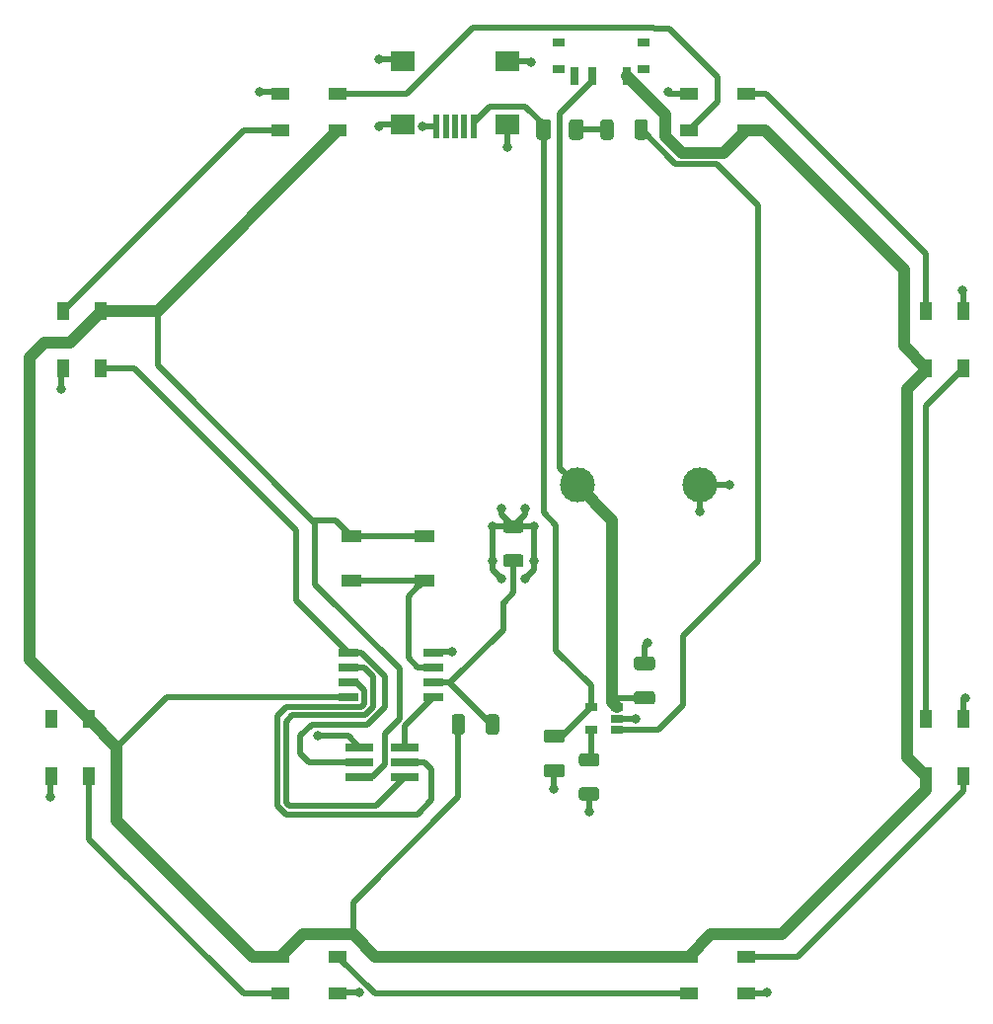
<source format=gtl>
G04 #@! TF.GenerationSoftware,KiCad,Pcbnew,(5.1.8)-1*
G04 #@! TF.CreationDate,2021-04-18T14:37:25+02:00*
G04 #@! TF.ProjectId,Coaster_LiPo,436f6173-7465-4725-9f4c-69506f2e6b69,D*
G04 #@! TF.SameCoordinates,Original*
G04 #@! TF.FileFunction,Copper,L1,Top*
G04 #@! TF.FilePolarity,Positive*
%FSLAX46Y46*%
G04 Gerber Fmt 4.6, Leading zero omitted, Abs format (unit mm)*
G04 Created by KiCad (PCBNEW (5.1.8)-1) date 2021-04-18 14:37:25*
%MOMM*%
%LPD*%
G01*
G04 APERTURE LIST*
G04 #@! TA.AperFunction,SMDPad,CuDef*
%ADD10R,1.700000X1.000000*%
G04 #@! TD*
G04 #@! TA.AperFunction,SMDPad,CuDef*
%ADD11R,1.700000X0.650000*%
G04 #@! TD*
G04 #@! TA.AperFunction,SMDPad,CuDef*
%ADD12R,0.500000X2.000000*%
G04 #@! TD*
G04 #@! TA.AperFunction,SMDPad,CuDef*
%ADD13R,2.000000X1.700000*%
G04 #@! TD*
G04 #@! TA.AperFunction,SMDPad,CuDef*
%ADD14R,2.400000X0.740000*%
G04 #@! TD*
G04 #@! TA.AperFunction,SMDPad,CuDef*
%ADD15R,1.060000X0.650000*%
G04 #@! TD*
G04 #@! TA.AperFunction,SMDPad,CuDef*
%ADD16C,3.000000*%
G04 #@! TD*
G04 #@! TA.AperFunction,SMDPad,CuDef*
%ADD17R,1.000000X1.500000*%
G04 #@! TD*
G04 #@! TA.AperFunction,SMDPad,CuDef*
%ADD18R,1.500000X1.000000*%
G04 #@! TD*
G04 #@! TA.AperFunction,SMDPad,CuDef*
%ADD19R,0.700000X1.500000*%
G04 #@! TD*
G04 #@! TA.AperFunction,SMDPad,CuDef*
%ADD20R,1.000000X0.800000*%
G04 #@! TD*
G04 #@! TA.AperFunction,ViaPad*
%ADD21C,0.800000*%
G04 #@! TD*
G04 #@! TA.AperFunction,Conductor*
%ADD22C,0.500000*%
G04 #@! TD*
G04 #@! TA.AperFunction,Conductor*
%ADD23C,1.000000*%
G04 #@! TD*
G04 APERTURE END LIST*
D10*
X76100000Y-94350000D03*
X82400000Y-94350000D03*
X76100000Y-98150000D03*
X82400000Y-98150000D03*
G04 #@! TA.AperFunction,SMDPad,CuDef*
G36*
G01*
X100599999Y-104700000D02*
X101900001Y-104700000D01*
G75*
G02*
X102150000Y-104949999I0J-249999D01*
G01*
X102150000Y-105600001D01*
G75*
G02*
X101900001Y-105850000I-249999J0D01*
G01*
X100599999Y-105850000D01*
G75*
G02*
X100350000Y-105600001I0J249999D01*
G01*
X100350000Y-104949999D01*
G75*
G02*
X100599999Y-104700000I249999J0D01*
G01*
G37*
G04 #@! TD.AperFunction*
G04 #@! TA.AperFunction,SMDPad,CuDef*
G36*
G01*
X100599999Y-107650000D02*
X101900001Y-107650000D01*
G75*
G02*
X102150000Y-107899999I0J-249999D01*
G01*
X102150000Y-108550001D01*
G75*
G02*
X101900001Y-108800000I-249999J0D01*
G01*
X100599999Y-108800000D01*
G75*
G02*
X100350000Y-108550001I0J249999D01*
G01*
X100350000Y-107899999D01*
G75*
G02*
X100599999Y-107650000I249999J0D01*
G01*
G37*
G04 #@! TD.AperFunction*
D11*
X83150000Y-108155000D03*
X83150000Y-106885000D03*
X83150000Y-105615000D03*
X83150000Y-104345000D03*
X75850000Y-104345000D03*
X75850000Y-105615000D03*
X75850000Y-106885000D03*
X75850000Y-108155000D03*
D12*
X86600000Y-59200000D03*
X85800000Y-59200000D03*
X85000000Y-59200000D03*
X84200000Y-59200000D03*
X83400000Y-59200000D03*
D13*
X89450000Y-59100000D03*
X89450000Y-53650000D03*
X80550000Y-59100000D03*
X80550000Y-53650000D03*
G04 #@! TA.AperFunction,SMDPad,CuDef*
G36*
G01*
X94150001Y-112100000D02*
X92849999Y-112100000D01*
G75*
G02*
X92600000Y-111850001I0J249999D01*
G01*
X92600000Y-111199999D01*
G75*
G02*
X92849999Y-110950000I249999J0D01*
G01*
X94150001Y-110950000D01*
G75*
G02*
X94400000Y-111199999I0J-249999D01*
G01*
X94400000Y-111850001D01*
G75*
G02*
X94150001Y-112100000I-249999J0D01*
G01*
G37*
G04 #@! TD.AperFunction*
G04 #@! TA.AperFunction,SMDPad,CuDef*
G36*
G01*
X94150001Y-115050000D02*
X92849999Y-115050000D01*
G75*
G02*
X92600000Y-114800001I0J249999D01*
G01*
X92600000Y-114149999D01*
G75*
G02*
X92849999Y-113900000I249999J0D01*
G01*
X94150001Y-113900000D01*
G75*
G02*
X94400000Y-114149999I0J-249999D01*
G01*
X94400000Y-114800001D01*
G75*
G02*
X94150001Y-115050000I-249999J0D01*
G01*
G37*
G04 #@! TD.AperFunction*
D14*
X80700000Y-115020000D03*
X76800000Y-115020000D03*
X80700000Y-113750000D03*
X76800000Y-113750000D03*
X80700000Y-112480000D03*
X76800000Y-112480000D03*
G04 #@! TA.AperFunction,SMDPad,CuDef*
G36*
G01*
X100400000Y-60125003D02*
X100400000Y-58874997D01*
G75*
G02*
X100649997Y-58625000I249997J0D01*
G01*
X101275003Y-58625000D01*
G75*
G02*
X101525000Y-58874997I0J-249997D01*
G01*
X101525000Y-60125003D01*
G75*
G02*
X101275003Y-60375000I-249997J0D01*
G01*
X100649997Y-60375000D01*
G75*
G02*
X100400000Y-60125003I0J249997D01*
G01*
G37*
G04 #@! TD.AperFunction*
G04 #@! TA.AperFunction,SMDPad,CuDef*
G36*
G01*
X97475000Y-60125003D02*
X97475000Y-58874997D01*
G75*
G02*
X97724997Y-58625000I249997J0D01*
G01*
X98350003Y-58625000D01*
G75*
G02*
X98600000Y-58874997I0J-249997D01*
G01*
X98600000Y-60125003D01*
G75*
G02*
X98350003Y-60375000I-249997J0D01*
G01*
X97724997Y-60375000D01*
G75*
G02*
X97475000Y-60125003I0J249997D01*
G01*
G37*
G04 #@! TD.AperFunction*
G04 #@! TA.AperFunction,SMDPad,CuDef*
G36*
G01*
X95874997Y-112975000D02*
X97125003Y-112975000D01*
G75*
G02*
X97375000Y-113224997I0J-249997D01*
G01*
X97375000Y-113850003D01*
G75*
G02*
X97125003Y-114100000I-249997J0D01*
G01*
X95874997Y-114100000D01*
G75*
G02*
X95625000Y-113850003I0J249997D01*
G01*
X95625000Y-113224997D01*
G75*
G02*
X95874997Y-112975000I249997J0D01*
G01*
G37*
G04 #@! TD.AperFunction*
G04 #@! TA.AperFunction,SMDPad,CuDef*
G36*
G01*
X95874997Y-115900000D02*
X97125003Y-115900000D01*
G75*
G02*
X97375000Y-116149997I0J-249997D01*
G01*
X97375000Y-116775003D01*
G75*
G02*
X97125003Y-117025000I-249997J0D01*
G01*
X95874997Y-117025000D01*
G75*
G02*
X95625000Y-116775003I0J249997D01*
G01*
X95625000Y-116149997D01*
G75*
G02*
X95874997Y-115900000I249997J0D01*
G01*
G37*
G04 #@! TD.AperFunction*
G04 #@! TA.AperFunction,SMDPad,CuDef*
G36*
G01*
X87650000Y-111125003D02*
X87650000Y-109874997D01*
G75*
G02*
X87899997Y-109625000I249997J0D01*
G01*
X88525003Y-109625000D01*
G75*
G02*
X88775000Y-109874997I0J-249997D01*
G01*
X88775000Y-111125003D01*
G75*
G02*
X88525003Y-111375000I-249997J0D01*
G01*
X87899997Y-111375000D01*
G75*
G02*
X87650000Y-111125003I0J249997D01*
G01*
G37*
G04 #@! TD.AperFunction*
G04 #@! TA.AperFunction,SMDPad,CuDef*
G36*
G01*
X84725000Y-111125003D02*
X84725000Y-109874997D01*
G75*
G02*
X84974997Y-109625000I249997J0D01*
G01*
X85600003Y-109625000D01*
G75*
G02*
X85850000Y-109874997I0J-249997D01*
G01*
X85850000Y-111125003D01*
G75*
G02*
X85600003Y-111375000I-249997J0D01*
G01*
X84974997Y-111375000D01*
G75*
G02*
X84725000Y-111125003I0J249997D01*
G01*
G37*
G04 #@! TD.AperFunction*
G04 #@! TA.AperFunction,SMDPad,CuDef*
G36*
G01*
X90625003Y-97025000D02*
X89374997Y-97025000D01*
G75*
G02*
X89125000Y-96775003I0J249997D01*
G01*
X89125000Y-96149997D01*
G75*
G02*
X89374997Y-95900000I249997J0D01*
G01*
X90625003Y-95900000D01*
G75*
G02*
X90875000Y-96149997I0J-249997D01*
G01*
X90875000Y-96775003D01*
G75*
G02*
X90625003Y-97025000I-249997J0D01*
G01*
G37*
G04 #@! TD.AperFunction*
G04 #@! TA.AperFunction,SMDPad,CuDef*
G36*
G01*
X90625003Y-94100000D02*
X89374997Y-94100000D01*
G75*
G02*
X89125000Y-93850003I0J249997D01*
G01*
X89125000Y-93224997D01*
G75*
G02*
X89374997Y-92975000I249997J0D01*
G01*
X90625003Y-92975000D01*
G75*
G02*
X90875000Y-93224997I0J-249997D01*
G01*
X90875000Y-93850003D01*
G75*
G02*
X90625003Y-94100000I-249997J0D01*
G01*
G37*
G04 #@! TD.AperFunction*
D15*
X98850000Y-110950000D03*
X98850000Y-110000000D03*
X98850000Y-109050000D03*
X96650000Y-109050000D03*
X96650000Y-110950000D03*
D16*
X106000000Y-90000000D03*
X95500000Y-90000000D03*
D17*
X54600000Y-75050000D03*
X51400000Y-75050000D03*
X54600000Y-79950000D03*
X51400000Y-79950000D03*
D18*
X70050000Y-56400000D03*
X70050000Y-59600000D03*
X74950000Y-56400000D03*
X74950000Y-59600000D03*
X109950000Y-59600000D03*
X109950000Y-56400000D03*
X105050000Y-59600000D03*
X105050000Y-56400000D03*
D17*
X128600000Y-75050000D03*
X125400000Y-75050000D03*
X128600000Y-79950000D03*
X125400000Y-79950000D03*
D19*
X99750000Y-54930000D03*
X96750000Y-54930000D03*
X95250000Y-54930000D03*
D20*
X101150000Y-52070000D03*
X93850000Y-52070000D03*
X93850000Y-54280000D03*
X101150000Y-54280000D03*
G04 #@! TA.AperFunction,SMDPad,CuDef*
G36*
G01*
X96025000Y-58875000D02*
X96025000Y-60125000D01*
G75*
G02*
X95775000Y-60375000I-250000J0D01*
G01*
X95025000Y-60375000D01*
G75*
G02*
X94775000Y-60125000I0J250000D01*
G01*
X94775000Y-58875000D01*
G75*
G02*
X95025000Y-58625000I250000J0D01*
G01*
X95775000Y-58625000D01*
G75*
G02*
X96025000Y-58875000I0J-250000D01*
G01*
G37*
G04 #@! TD.AperFunction*
G04 #@! TA.AperFunction,SMDPad,CuDef*
G36*
G01*
X93225000Y-58875000D02*
X93225000Y-60125000D01*
G75*
G02*
X92975000Y-60375000I-250000J0D01*
G01*
X92225000Y-60375000D01*
G75*
G02*
X91975000Y-60125000I0J250000D01*
G01*
X91975000Y-58875000D01*
G75*
G02*
X92225000Y-58625000I250000J0D01*
G01*
X92975000Y-58625000D01*
G75*
G02*
X93225000Y-58875000I0J-250000D01*
G01*
G37*
G04 #@! TD.AperFunction*
D17*
X128600000Y-110050000D03*
X125400000Y-110050000D03*
X128600000Y-114950000D03*
X125400000Y-114950000D03*
D18*
X105050000Y-130400000D03*
X105050000Y-133600000D03*
X109950000Y-130400000D03*
X109950000Y-133600000D03*
X74950000Y-133600000D03*
X74950000Y-130400000D03*
X70050000Y-133600000D03*
X70050000Y-130400000D03*
D17*
X53600000Y-110050000D03*
X50400000Y-110050000D03*
X53600000Y-114950000D03*
X50400000Y-114950000D03*
D21*
X73250000Y-111500000D03*
X101500000Y-103500000D03*
X100500000Y-110000000D03*
X93500000Y-116000000D03*
X96500000Y-118000000D03*
X84750000Y-104250000D03*
X50250000Y-116750000D03*
X76750000Y-133500000D03*
X111750000Y-133500000D03*
X128750000Y-108250000D03*
X128500000Y-73250000D03*
X51250000Y-81750000D03*
X103250000Y-56250000D03*
X68250000Y-56250000D03*
X82250000Y-59250000D03*
X89000000Y-98000000D03*
X91000000Y-98000000D03*
X91000000Y-92000000D03*
X88250000Y-96500000D03*
X91750000Y-96500000D03*
X88250000Y-93500000D03*
X91750000Y-93500000D03*
X89000000Y-92000000D03*
X106000000Y-92250000D03*
X108500000Y-90000000D03*
X89500000Y-61000000D03*
X91500000Y-53750000D03*
X78500000Y-59250000D03*
X78500000Y-53500000D03*
D22*
X96750000Y-55340002D02*
X94000000Y-58090002D01*
X96750000Y-54930000D02*
X96750000Y-55340002D01*
X94000001Y-88500001D02*
X95500000Y-90000000D01*
X94000000Y-58090002D02*
X94000001Y-88500001D01*
D23*
X98500000Y-108624999D02*
X98850000Y-108974999D01*
D22*
X98899999Y-108225000D02*
X98500000Y-108624999D01*
X101250000Y-108225000D02*
X98899999Y-108225000D01*
D23*
X98500000Y-93000000D02*
X95500000Y-90000000D01*
X98500000Y-108624999D02*
X98500000Y-93000000D01*
D22*
X80400000Y-53500000D02*
X80550000Y-53650000D01*
X78500000Y-53500000D02*
X80400000Y-53500000D01*
X91400000Y-53650000D02*
X91500000Y-53750000D01*
X89450000Y-53650000D02*
X91400000Y-53650000D01*
X89500000Y-59150000D02*
X89450000Y-59100000D01*
X89500000Y-61000000D02*
X89500000Y-59150000D01*
X78650000Y-59100000D02*
X78500000Y-59250000D01*
X80550000Y-59100000D02*
X78650000Y-59100000D01*
X82300000Y-59200000D02*
X82250000Y-59250000D01*
X83400000Y-59200000D02*
X82300000Y-59200000D01*
X89962500Y-93500000D02*
X90000000Y-93537500D01*
X88250000Y-93500000D02*
X89962500Y-93500000D01*
X89000000Y-92537500D02*
X90000000Y-93537500D01*
X89000000Y-92000000D02*
X89000000Y-92537500D01*
X91000000Y-92537500D02*
X90000000Y-93537500D01*
X91000000Y-92000000D02*
X91000000Y-92537500D01*
X90037500Y-93500000D02*
X90000000Y-93537500D01*
X91750000Y-93500000D02*
X90037500Y-93500000D01*
X88250000Y-96500000D02*
X88250000Y-93500000D01*
X91750000Y-96500000D02*
X91750000Y-93500000D01*
X91750000Y-97250000D02*
X91750000Y-96500000D01*
X91000000Y-98000000D02*
X91750000Y-97250000D01*
X88250000Y-97250000D02*
X88250000Y-96500000D01*
X89000000Y-98000000D02*
X88250000Y-97250000D01*
X69900000Y-56250000D02*
X70050000Y-56400000D01*
X68250000Y-56250000D02*
X69900000Y-56250000D01*
X103400000Y-56400000D02*
X103250000Y-56250000D01*
X105050000Y-56400000D02*
X103400000Y-56400000D01*
X51250000Y-80100000D02*
X51400000Y-79950000D01*
X51250000Y-81750000D02*
X51250000Y-80100000D01*
X128600000Y-73350000D02*
X128500000Y-73250000D01*
X128600000Y-75050000D02*
X128600000Y-73350000D01*
X128600000Y-108400000D02*
X128750000Y-108250000D01*
X128600000Y-110050000D02*
X128600000Y-108400000D01*
X111650000Y-133600000D02*
X111750000Y-133500000D01*
X109950000Y-133600000D02*
X111650000Y-133600000D01*
X75050000Y-133500000D02*
X74950000Y-133600000D01*
X76750000Y-133500000D02*
X75050000Y-133500000D01*
X50250000Y-115100000D02*
X50400000Y-114950000D01*
X50250000Y-116750000D02*
X50250000Y-115100000D01*
X106000000Y-92250000D02*
X106000000Y-90000000D01*
X108500000Y-90000000D02*
X106000000Y-90000000D01*
X83245000Y-104250000D02*
X83150000Y-104345000D01*
X84750000Y-104250000D02*
X83245000Y-104250000D01*
X93500000Y-116000000D02*
X93500000Y-114475000D01*
X96500000Y-118000000D02*
X96500000Y-116462500D01*
X98850000Y-110000000D02*
X100500000Y-110000000D01*
X101250000Y-103750000D02*
X101500000Y-103500000D01*
X101250000Y-105275000D02*
X101250000Y-103750000D01*
X75820000Y-111500000D02*
X76800000Y-112480000D01*
X73250000Y-111500000D02*
X75820000Y-111500000D01*
X92600000Y-59500000D02*
X92600000Y-59100000D01*
X92600000Y-59100000D02*
X91000000Y-57500000D01*
X91000000Y-57500000D02*
X88000000Y-57500000D01*
X86600000Y-58900000D02*
X86600000Y-59200000D01*
X88000000Y-57500000D02*
X86600000Y-58900000D01*
X94175000Y-111525000D02*
X96650000Y-109050000D01*
X93500000Y-111525000D02*
X94175000Y-111525000D01*
X92600000Y-92341998D02*
X92600000Y-59500000D01*
X93650000Y-93391998D02*
X92600000Y-92341998D01*
X93650000Y-104150000D02*
X93650000Y-93391998D01*
X96650000Y-107150000D02*
X93650000Y-104150000D01*
X96650000Y-109050000D02*
X96650000Y-107150000D01*
X95400000Y-59500000D02*
X98037500Y-59500000D01*
D23*
X109950000Y-59600000D02*
X111600000Y-59600000D01*
X111600000Y-59600000D02*
X123500000Y-71500000D01*
X123500000Y-78050000D02*
X125400000Y-79950000D01*
X123500000Y-71500000D02*
X123500000Y-78050000D01*
X125400000Y-79950000D02*
X125400000Y-80100000D01*
X125400000Y-80100000D02*
X123750000Y-81750000D01*
X123750000Y-113300000D02*
X125400000Y-114950000D01*
X123750000Y-81750000D02*
X123750000Y-113300000D01*
X125400000Y-114950000D02*
X125400000Y-116100000D01*
X125400000Y-116100000D02*
X113000000Y-128500000D01*
X106950000Y-128500000D02*
X105050000Y-130400000D01*
X105050000Y-130400000D02*
X78150000Y-130400000D01*
X78150000Y-130400000D02*
X76250000Y-128500000D01*
X71950000Y-128500000D02*
X70050000Y-130400000D01*
X76250000Y-128500000D02*
X71950000Y-128500000D01*
X70050000Y-130400000D02*
X67650000Y-130400000D01*
X67650000Y-130400000D02*
X56000000Y-118750000D01*
X56000000Y-112450000D02*
X53600000Y-110050000D01*
X56000000Y-118750000D02*
X56000000Y-112450000D01*
X107500000Y-128500000D02*
X106950000Y-128500000D01*
X113000000Y-128500000D02*
X107500000Y-128500000D01*
X59500000Y-75050000D02*
X74950000Y-59600000D01*
X54600000Y-75050000D02*
X59500000Y-75050000D01*
X54600000Y-75050000D02*
X54600000Y-75150000D01*
X54600000Y-75150000D02*
X52000000Y-77750000D01*
X52000000Y-77750000D02*
X49750000Y-77750000D01*
X49750000Y-77750000D02*
X48500000Y-79000000D01*
X48500000Y-104950000D02*
X53600000Y-110050000D01*
X48500000Y-79000000D02*
X48500000Y-104950000D01*
X99750000Y-54930000D02*
X103000000Y-58180000D01*
X103000000Y-60060002D02*
X104439998Y-61500000D01*
X103000000Y-58180000D02*
X103000000Y-60060002D01*
X108050000Y-61500000D02*
X109950000Y-59600000D01*
X104439998Y-61500000D02*
X108050000Y-61500000D01*
D22*
X60295000Y-108155000D02*
X56000000Y-112450000D01*
X75850000Y-108155000D02*
X60295000Y-108155000D01*
X85287500Y-110500000D02*
X85287500Y-116712500D01*
X76250000Y-125750000D02*
X76250000Y-128500000D01*
X85287500Y-116712500D02*
X76250000Y-125750000D01*
X73000000Y-98500000D02*
X73000000Y-93250000D01*
X80250000Y-105750000D02*
X73000000Y-98500000D01*
X80250000Y-110008002D02*
X80250000Y-105750000D01*
X79000000Y-113930002D02*
X79000000Y-111258002D01*
X79000000Y-111258002D02*
X80250000Y-110008002D01*
X77910002Y-115020000D02*
X79000000Y-113930002D01*
X59500000Y-79750000D02*
X59500000Y-75050000D01*
X76800000Y-115020000D02*
X77910002Y-115020000D01*
X74750000Y-93000000D02*
X76100000Y-94350000D01*
X72750000Y-93000000D02*
X74750000Y-93000000D01*
X73000000Y-93250000D02*
X72750000Y-93000000D01*
X72750000Y-93000000D02*
X59500000Y-79750000D01*
X76100000Y-94350000D02*
X82400000Y-94350000D01*
X54600000Y-79950000D02*
X57450000Y-79950000D01*
X57450000Y-79950000D02*
X71345000Y-93845000D01*
X79000000Y-106425038D02*
X76919962Y-104345000D01*
X76919962Y-104345000D02*
X75850000Y-104345000D01*
X79000000Y-109000000D02*
X79000000Y-106425038D01*
X72750000Y-110500000D02*
X77500000Y-110500000D01*
X77500000Y-110500000D02*
X79000000Y-109000000D01*
X71750000Y-111500000D02*
X72750000Y-110500000D01*
X71750000Y-113000000D02*
X71750000Y-111500000D01*
X72500000Y-113750000D02*
X71750000Y-113000000D01*
X76800000Y-113750000D02*
X72500000Y-113750000D01*
X71345000Y-99840000D02*
X75850000Y-104345000D01*
X71345000Y-93845000D02*
X71345000Y-99840000D01*
X77200000Y-105615000D02*
X78000000Y-106415000D01*
X75850000Y-105615000D02*
X77200000Y-105615000D01*
X78000000Y-108979965D02*
X77279955Y-109700010D01*
X78000000Y-106415000D02*
X78000000Y-108979965D01*
X77279955Y-109700010D02*
X71049990Y-109700010D01*
X71049990Y-109700010D02*
X70500000Y-110250000D01*
X70500000Y-117250000D02*
X70750000Y-117500000D01*
X70500000Y-110250000D02*
X70500000Y-117250000D01*
X78220000Y-117500000D02*
X80700000Y-115020000D01*
X70750000Y-117500000D02*
X78220000Y-117500000D01*
X83000000Y-114350000D02*
X82400000Y-113750000D01*
X83000000Y-117000000D02*
X83000000Y-114350000D01*
X70500000Y-118250000D02*
X81750000Y-118250000D01*
X69750000Y-109750000D02*
X69750000Y-117500000D01*
X70500000Y-109000000D02*
X69750000Y-109750000D01*
X77250000Y-108740002D02*
X76990002Y-109000000D01*
X77250000Y-107569998D02*
X77250000Y-108740002D01*
X82400000Y-113750000D02*
X80700000Y-113750000D01*
X69750000Y-117500000D02*
X70500000Y-118250000D01*
X76990002Y-109000000D02*
X70500000Y-109000000D01*
X76565002Y-106885000D02*
X77250000Y-107569998D01*
X81750000Y-118250000D02*
X83000000Y-117000000D01*
X75850000Y-106885000D02*
X76565002Y-106885000D01*
X80700000Y-110605000D02*
X83150000Y-108155000D01*
X80700000Y-112480000D02*
X80700000Y-110605000D01*
X103912510Y-62450010D02*
X107450010Y-62450010D01*
X100962500Y-59500000D02*
X103912510Y-62450010D01*
X107450010Y-62450010D02*
X111000000Y-66000000D01*
X111000000Y-66000000D02*
X111000000Y-96500000D01*
X111000000Y-96500000D02*
X104550000Y-102950000D01*
X104550000Y-102950000D02*
X104550000Y-108850000D01*
X102450000Y-110950000D02*
X98850000Y-110950000D01*
X104550000Y-108850000D02*
X102450000Y-110950000D01*
X96650000Y-113387500D02*
X96500000Y-113537500D01*
X96650000Y-110950000D02*
X96650000Y-113387500D01*
X90000000Y-99212500D02*
X89212500Y-100000000D01*
X90000000Y-96462500D02*
X90000000Y-99212500D01*
X89115000Y-100000000D02*
X89212500Y-100000000D01*
X84500000Y-106885000D02*
X88115000Y-110500000D01*
X83150000Y-106885000D02*
X84500000Y-106885000D01*
X84500000Y-106885000D02*
X84615000Y-106885000D01*
X89115000Y-102385000D02*
X89115000Y-100000000D01*
X84615000Y-106885000D02*
X89115000Y-102385000D01*
X66850000Y-59600000D02*
X51400000Y-75050000D01*
X70050000Y-59600000D02*
X66850000Y-59600000D01*
X107500000Y-57150000D02*
X105050000Y-59600000D01*
X107500000Y-55000000D02*
X107500000Y-57150000D01*
X102100001Y-50850001D02*
X103350001Y-50850001D01*
X103350001Y-50850001D02*
X107500000Y-55000000D01*
X102000000Y-50750000D02*
X102100001Y-50850001D01*
X86500000Y-50750000D02*
X102000000Y-50750000D01*
X80850000Y-56400000D02*
X86500000Y-50750000D01*
X74950000Y-56400000D02*
X80850000Y-56400000D01*
X109950000Y-56400000D02*
X111650000Y-56400000D01*
X125400000Y-70150000D02*
X125400000Y-75050000D01*
X111650000Y-56400000D02*
X125400000Y-70150000D01*
X125400000Y-83150000D02*
X128600000Y-79950000D01*
X125400000Y-110050000D02*
X125400000Y-83150000D01*
X114400000Y-130400000D02*
X109950000Y-130400000D01*
X128600000Y-116200000D02*
X114400000Y-130400000D01*
X128600000Y-114950000D02*
X128600000Y-116200000D01*
X78150000Y-133600000D02*
X74950000Y-130400000D01*
X105050000Y-133600000D02*
X78150000Y-133600000D01*
X70050000Y-133600000D02*
X66850000Y-133600000D01*
X53600000Y-120350000D02*
X53600000Y-114950000D01*
X66850000Y-133600000D02*
X53600000Y-120350000D01*
X76100000Y-98150000D02*
X82400000Y-98150000D01*
X81849999Y-98700001D02*
X81799999Y-98700001D01*
X82400000Y-98150000D02*
X81849999Y-98700001D01*
X81799999Y-98700001D02*
X81000000Y-99500000D01*
X81800000Y-105615000D02*
X83150000Y-105615000D01*
X81000000Y-104815000D02*
X81800000Y-105615000D01*
X81000000Y-99500000D02*
X81000000Y-104815000D01*
M02*

</source>
